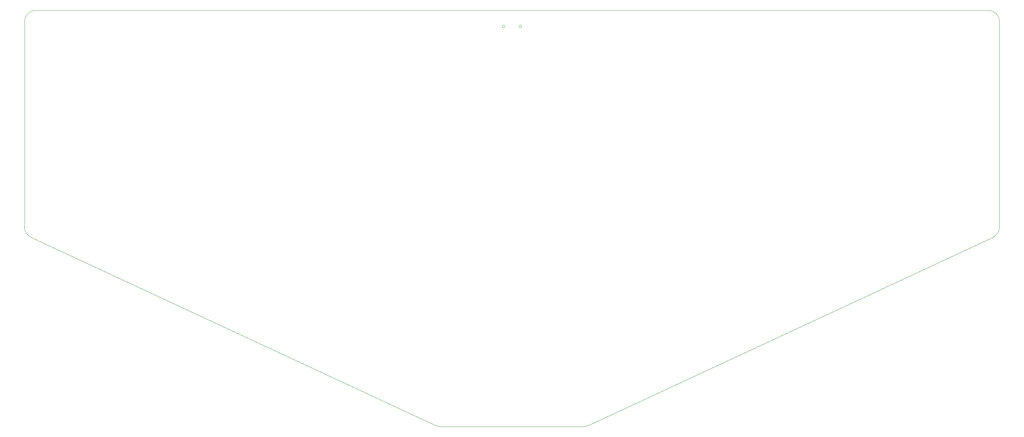
<source format=gbr>
%TF.GenerationSoftware,KiCad,Pcbnew,(5.1.6)-1*%
%TF.CreationDate,2020-07-11T10:23:58-05:00*%
%TF.ProjectId,ErgoChoco,4572676f-4368-46f6-936f-2e6b69636164,v1.0*%
%TF.SameCoordinates,Original*%
%TF.FileFunction,Profile,NP*%
%FSLAX46Y46*%
G04 Gerber Fmt 4.6, Leading zero omitted, Abs format (unit mm)*
G04 Created by KiCad (PCBNEW (5.1.6)-1) date 2020-07-11 10:23:58*
%MOMM*%
%LPD*%
G01*
G04 APERTURE LIST*
%TA.AperFunction,Profile*%
%ADD10C,0.050000*%
%TD*%
%TA.AperFunction,Profile*%
%ADD11C,0.001000*%
%TD*%
G04 APERTURE END LIST*
D10*
X276431250Y-49500000D02*
G75*
G02*
X279431250Y-52500000I0J-3000000D01*
G01*
X279431245Y-107828643D02*
G75*
G02*
X277699100Y-110547560I-2999995J3D01*
G01*
X169034025Y-161218923D02*
G75*
G02*
X167766170Y-161500000I-1267855J2718923D01*
G01*
X129096333Y-161499995D02*
G75*
G02*
X127828480Y-161218920I-3J2999995D01*
G01*
X19163395Y-110547563D02*
G75*
G02*
X17431250Y-107828640I1267855J2718923D01*
G01*
X17431250Y-52500000D02*
G75*
G02*
X20431250Y-49500000I3000000J0D01*
G01*
X17431250Y-107828640D02*
X17431250Y-52500000D01*
X127828480Y-161218920D02*
X19163400Y-110547560D01*
X167766170Y-161500000D02*
X129096330Y-161500000D01*
X277699100Y-110547560D02*
X169034020Y-161218920D01*
X279431250Y-52500000D02*
X279431250Y-107828640D01*
X20431250Y-49500000D02*
X276431250Y-49500000D01*
D11*
%TO.C,J1*%
X150330750Y-53924500D02*
X150330750Y-53850000D01*
X150981750Y-53775500D02*
X150981750Y-53850000D01*
X150331250Y-53850000D02*
X150331250Y-53775000D01*
X150981250Y-53850000D02*
X150981250Y-53925000D01*
X145880750Y-53924500D02*
X145880750Y-53850000D01*
X146531750Y-53775500D02*
X146531750Y-53850000D01*
X145881250Y-53850000D02*
X145881250Y-53775000D01*
X146531250Y-53850000D02*
X146531250Y-53925000D01*
X150656250Y-54250000D02*
G75*
G02*
X150330750Y-53924500I0J325500D01*
G01*
X150656250Y-53450000D02*
G75*
G02*
X150981750Y-53775500I0J-325500D01*
G01*
X150331250Y-53775000D02*
G75*
G02*
X150656250Y-53450000I325000J0D01*
G01*
X150981250Y-53925000D02*
G75*
G02*
X150656250Y-54250000I-325000J0D01*
G01*
X146206250Y-54250000D02*
G75*
G02*
X145880750Y-53924500I0J325500D01*
G01*
X146206250Y-53450000D02*
G75*
G02*
X146531750Y-53775500I0J-325500D01*
G01*
X145881250Y-53775000D02*
G75*
G02*
X146206250Y-53450000I325000J0D01*
G01*
X146531250Y-53925000D02*
G75*
G02*
X146206250Y-54250000I-325000J0D01*
G01*
%TD*%
M02*

</source>
